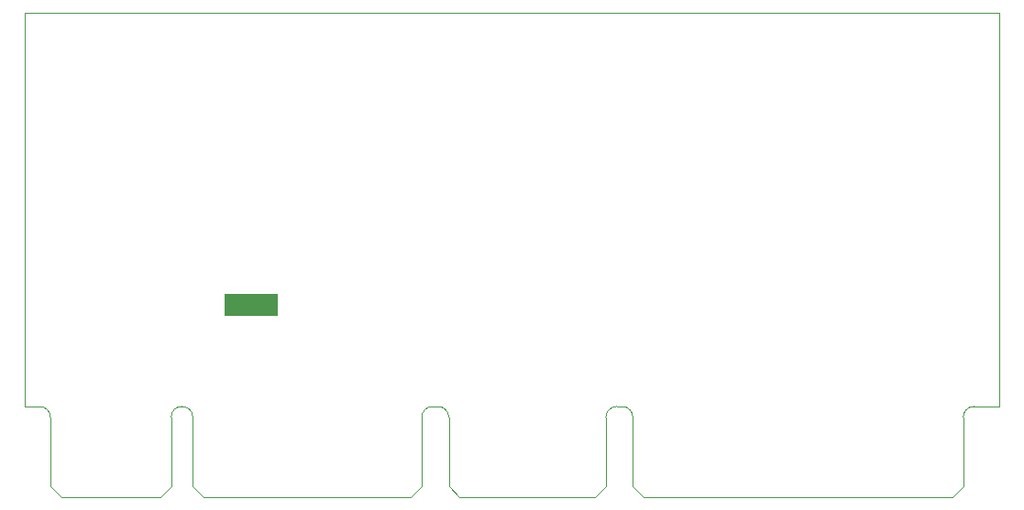
<source format=gbr>
G04 #@! TF.FileFunction,Glue,Top*
%FSLAX46Y46*%
G04 Gerber Fmt 4.6, Leading zero omitted, Abs format (unit mm)*
G04 Created by KiCad (PCBNEW 4.0.7) date 09/09/17 19:34:41*
%MOMM*%
%LPD*%
G01*
G04 APERTURE LIST*
%ADD10C,0.100000*%
%ADD11R,5.000000X2.000000*%
G04 APERTURE END LIST*
D10*
X86767232Y-135759051D02*
X86767232Y-135359051D01*
X97917232Y-135359051D02*
X97917232Y-135759051D01*
X96917232Y-136759051D02*
X87767232Y-136759051D01*
X96917232Y-136759051D02*
X97917232Y-135759051D01*
X86767232Y-135759051D02*
X87767232Y-136759051D01*
X140567232Y-135759051D02*
X140567232Y-135359051D01*
X140567232Y-135759051D02*
X141567232Y-136759051D01*
X170067232Y-136759051D02*
X141567232Y-136759051D01*
X170067232Y-136759051D02*
X171067232Y-135759051D01*
X171067232Y-135359051D02*
X171067232Y-135759051D01*
X174417232Y-91959051D02*
X174417232Y-128359051D01*
X84417232Y-128359051D02*
X84417232Y-91959051D01*
X84417232Y-91959051D02*
X174417232Y-91959051D01*
X121067232Y-129359051D02*
X121067232Y-135359051D01*
X121067232Y-129359051D02*
G75*
G02X122067232Y-128359051I1000000J0D01*
G01*
X122567232Y-128359051D02*
X122067232Y-128359051D01*
X122567232Y-128359051D02*
G75*
G02X123567232Y-129359051I0J-1000000D01*
G01*
X123567232Y-135359051D02*
X123567232Y-129359051D01*
X138067232Y-129359051D02*
X138067232Y-135359051D01*
X138067232Y-129359051D02*
G75*
G02X139067232Y-128359051I1000000J0D01*
G01*
X139567232Y-128359051D02*
X139067232Y-128359051D01*
X139567232Y-128359051D02*
G75*
G02X140567232Y-129359051I0J-1000000D01*
G01*
X140567232Y-135359051D02*
X140567232Y-129359051D01*
X171067232Y-129359051D02*
X171067232Y-135359051D01*
X171067232Y-129359051D02*
G75*
G02X172067232Y-128359051I1000000J0D01*
G01*
X172067232Y-128359051D02*
X174417232Y-128359051D01*
X85767232Y-128359051D02*
X84417232Y-128359051D01*
X85767232Y-128359051D02*
G75*
G02X86767232Y-129359051I0J-1000000D01*
G01*
X86767232Y-135359051D02*
X86767232Y-129359051D01*
X97917232Y-129359051D02*
X97917232Y-135359051D01*
X97917232Y-129359051D02*
G75*
G02X99917232Y-129359051I1000000J0D01*
G01*
X99917232Y-135359051D02*
X99917232Y-129359051D01*
X137067232Y-136759051D02*
X124567232Y-136759051D01*
X137067232Y-136759051D02*
X138067232Y-135759051D01*
X138067232Y-135359051D02*
X138067232Y-135759051D01*
X123567232Y-135759051D02*
X123567232Y-135359051D01*
X123567232Y-135759051D02*
X124567232Y-136759051D01*
X120067232Y-136759051D02*
X100917232Y-136759051D01*
X120067232Y-136759051D02*
X121067232Y-135759051D01*
X121067232Y-135359051D02*
X121067232Y-135759051D01*
X99917232Y-135759051D02*
X99917232Y-135359051D01*
X99917232Y-135759051D02*
X100917232Y-136759051D01*
D11*
X105300000Y-118940000D03*
M02*

</source>
